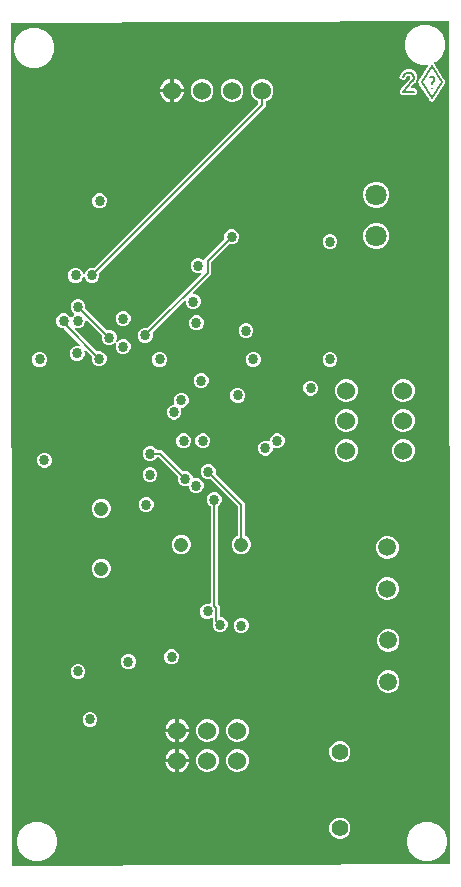
<source format=gbr>
G04 EAGLE Gerber RS-274X export*
G75*
%MOMM*%
%FSLAX34Y34*%
%LPD*%
%INEAGLE Copper Layer 2*%
%IPPOS*%
%AMOC8*
5,1,8,0,0,1.08239X$1,22.5*%
G01*
%ADD10C,0.152400*%
%ADD11C,1.524000*%
%ADD12C,1.800000*%
%ADD13C,1.508000*%
%ADD14C,1.208000*%
%ADD15C,1.408000*%
%ADD16C,0.858000*%
%ADD17C,0.203200*%

G36*
X633148Y117336D02*
X633148Y117336D01*
X633166Y117339D01*
X633184Y117337D01*
X633287Y117360D01*
X633390Y117377D01*
X633406Y117386D01*
X633425Y117390D01*
X633515Y117444D01*
X633607Y117493D01*
X633620Y117506D01*
X633636Y117516D01*
X633704Y117596D01*
X633776Y117672D01*
X633783Y117689D01*
X633795Y117703D01*
X633835Y117801D01*
X633878Y117896D01*
X633880Y117914D01*
X633887Y117931D01*
X633905Y118098D01*
X633214Y829925D01*
X633211Y829946D01*
X633213Y829967D01*
X633191Y830067D01*
X633174Y830168D01*
X633164Y830186D01*
X633160Y830207D01*
X633107Y830295D01*
X633059Y830385D01*
X633044Y830400D01*
X633033Y830418D01*
X632955Y830484D01*
X632881Y830554D01*
X632861Y830563D01*
X632845Y830577D01*
X632750Y830615D01*
X632657Y830658D01*
X632636Y830660D01*
X632616Y830668D01*
X632450Y830685D01*
X263031Y829022D01*
X263013Y829019D01*
X262995Y829021D01*
X262892Y828999D01*
X262789Y828981D01*
X262773Y828972D01*
X262754Y828968D01*
X262664Y828914D01*
X262572Y828865D01*
X262559Y828852D01*
X262543Y828842D01*
X262475Y828762D01*
X262403Y828686D01*
X262396Y828669D01*
X262384Y828655D01*
X262344Y828557D01*
X262301Y828462D01*
X262299Y828444D01*
X262292Y828427D01*
X262274Y828260D01*
X262965Y116433D01*
X262968Y116412D01*
X262966Y116391D01*
X262988Y116292D01*
X263005Y116191D01*
X263015Y116172D01*
X263019Y116151D01*
X263072Y116064D01*
X263120Y115973D01*
X263135Y115959D01*
X263146Y115940D01*
X263224Y115874D01*
X263299Y115804D01*
X263318Y115795D01*
X263334Y115781D01*
X263429Y115744D01*
X263522Y115701D01*
X263543Y115698D01*
X263563Y115690D01*
X263729Y115673D01*
X633148Y117336D01*
G37*
%LPC*%
G36*
X315734Y609373D02*
X315734Y609373D01*
X313410Y610336D01*
X311632Y612114D01*
X310669Y614438D01*
X310669Y616954D01*
X311632Y619278D01*
X313410Y621056D01*
X315734Y622019D01*
X318250Y622019D01*
X320574Y621056D01*
X322352Y619278D01*
X323184Y617269D01*
X323222Y617208D01*
X323251Y617143D01*
X323286Y617104D01*
X323314Y617060D01*
X323369Y617014D01*
X323417Y616962D01*
X323463Y616937D01*
X323503Y616903D01*
X323570Y616878D01*
X323633Y616843D01*
X323684Y616834D01*
X323733Y616815D01*
X323804Y616812D01*
X323875Y616799D01*
X323926Y616807D01*
X323978Y616805D01*
X324047Y616825D01*
X324118Y616835D01*
X324165Y616859D01*
X324215Y616873D01*
X324274Y616914D01*
X324338Y616947D01*
X324374Y616984D01*
X324417Y617013D01*
X324460Y617071D01*
X324510Y617122D01*
X324544Y617185D01*
X324564Y617211D01*
X324571Y617233D01*
X324591Y617269D01*
X325423Y619278D01*
X327201Y621056D01*
X329525Y622019D01*
X332040Y622019D01*
X332103Y621993D01*
X332217Y621966D01*
X332330Y621937D01*
X332337Y621938D01*
X332343Y621937D01*
X332459Y621947D01*
X332576Y621957D01*
X332581Y621959D01*
X332588Y621960D01*
X332695Y622007D01*
X332802Y622053D01*
X332808Y622058D01*
X332812Y622060D01*
X332826Y622072D01*
X332933Y622158D01*
X471604Y760829D01*
X471657Y760902D01*
X471716Y760972D01*
X471728Y761002D01*
X471747Y761028D01*
X471774Y761115D01*
X471808Y761200D01*
X471813Y761241D01*
X471820Y761263D01*
X471819Y761296D01*
X471827Y761367D01*
X471827Y762446D01*
X471808Y762561D01*
X471791Y762677D01*
X471788Y762683D01*
X471787Y762689D01*
X471733Y762791D01*
X471679Y762896D01*
X471675Y762901D01*
X471672Y762906D01*
X471588Y762986D01*
X471504Y763069D01*
X471497Y763072D01*
X471493Y763076D01*
X471477Y763083D01*
X471357Y763149D01*
X469407Y763957D01*
X466692Y766672D01*
X465223Y770220D01*
X465223Y774060D01*
X466692Y777608D01*
X469407Y780323D01*
X472955Y781793D01*
X476795Y781793D01*
X480343Y780323D01*
X483059Y777608D01*
X484528Y774060D01*
X484528Y770220D01*
X483059Y766672D01*
X480343Y763957D01*
X478394Y763149D01*
X478295Y763088D01*
X478194Y763028D01*
X478190Y763023D01*
X478185Y763020D01*
X478110Y762930D01*
X478034Y762841D01*
X478032Y762835D01*
X478028Y762830D01*
X477987Y762722D01*
X477943Y762613D01*
X477942Y762605D01*
X477940Y762601D01*
X477939Y762582D01*
X477924Y762446D01*
X477924Y758526D01*
X475915Y756517D01*
X337244Y617846D01*
X337198Y617782D01*
X337182Y617765D01*
X337175Y617749D01*
X337106Y617657D01*
X337104Y617651D01*
X337101Y617646D01*
X337067Y617535D01*
X337030Y617424D01*
X337030Y617417D01*
X337028Y617411D01*
X337032Y617295D01*
X337033Y617178D01*
X337035Y617170D01*
X337035Y617165D01*
X337041Y617148D01*
X337079Y617016D01*
X337105Y616954D01*
X337105Y614438D01*
X336143Y612114D01*
X334364Y610336D01*
X332040Y609373D01*
X329525Y609373D01*
X327201Y610336D01*
X325423Y612114D01*
X324591Y614123D01*
X324553Y614184D01*
X324524Y614249D01*
X324488Y614288D01*
X324461Y614332D01*
X324406Y614378D01*
X324357Y614430D01*
X324312Y614456D01*
X324272Y614489D01*
X324205Y614514D01*
X324142Y614549D01*
X324090Y614558D01*
X324042Y614577D01*
X323970Y614580D01*
X323900Y614593D01*
X323848Y614585D01*
X323796Y614587D01*
X323727Y614567D01*
X323656Y614557D01*
X323610Y614533D01*
X323560Y614519D01*
X323501Y614478D01*
X323437Y614445D01*
X323401Y614408D01*
X323358Y614379D01*
X323315Y614321D01*
X323265Y614270D01*
X323230Y614207D01*
X323211Y614181D01*
X323204Y614159D01*
X323184Y614123D01*
X322352Y612114D01*
X320574Y610336D01*
X318250Y609373D01*
X315734Y609373D01*
G37*
%LPD*%
%LPC*%
G36*
X618698Y762831D02*
X618698Y762831D01*
X618614Y762836D01*
X618531Y762850D01*
X618480Y762844D01*
X618452Y762846D01*
X618423Y762838D01*
X618364Y762831D01*
X618014Y762753D01*
X617557Y763042D01*
X617514Y763060D01*
X617475Y763087D01*
X617350Y763130D01*
X617331Y763138D01*
X617325Y763138D01*
X617317Y763141D01*
X616789Y763260D01*
X616597Y763563D01*
X616541Y763626D01*
X616492Y763694D01*
X616452Y763727D01*
X616434Y763747D01*
X616408Y763762D01*
X616361Y763799D01*
X616058Y763991D01*
X615939Y764519D01*
X615922Y764562D01*
X615913Y764608D01*
X615855Y764727D01*
X615847Y764747D01*
X615844Y764751D01*
X615840Y764759D01*
X608018Y777110D01*
X607962Y777173D01*
X607913Y777241D01*
X607873Y777273D01*
X607854Y777294D01*
X607828Y777309D01*
X607782Y777346D01*
X607478Y777538D01*
X607360Y778065D01*
X607342Y778109D01*
X607334Y778155D01*
X607276Y778274D01*
X607268Y778293D01*
X607264Y778298D01*
X607260Y778306D01*
X606971Y778762D01*
X607050Y779113D01*
X607055Y779197D01*
X607068Y779280D01*
X607063Y779331D01*
X607064Y779358D01*
X607056Y779387D01*
X607050Y779446D01*
X606971Y779797D01*
X607260Y780253D01*
X607279Y780297D01*
X607305Y780335D01*
X607348Y780460D01*
X607357Y780480D01*
X607357Y780486D01*
X607360Y780494D01*
X607478Y781021D01*
X607782Y781214D01*
X607844Y781269D01*
X607913Y781318D01*
X607945Y781359D01*
X607966Y781377D01*
X607980Y781403D01*
X608018Y781449D01*
X615311Y792965D01*
X615354Y793067D01*
X615401Y793167D01*
X615402Y793180D01*
X615407Y793191D01*
X615416Y793302D01*
X615428Y793412D01*
X615425Y793424D01*
X615426Y793437D01*
X615399Y793544D01*
X615376Y793652D01*
X615369Y793663D01*
X615366Y793675D01*
X615307Y793768D01*
X615250Y793863D01*
X615240Y793871D01*
X615233Y793882D01*
X615147Y793951D01*
X615063Y794023D01*
X615051Y794028D01*
X615041Y794036D01*
X614937Y794074D01*
X614834Y794115D01*
X614819Y794117D01*
X614810Y794120D01*
X614783Y794121D01*
X614668Y794134D01*
X609389Y794134D01*
X603221Y796689D01*
X598500Y801410D01*
X595945Y807578D01*
X595945Y814255D01*
X598500Y820423D01*
X603221Y825144D01*
X609389Y827699D01*
X616066Y827699D01*
X622234Y825144D01*
X626955Y820423D01*
X629510Y814255D01*
X629510Y807578D01*
X626955Y801410D01*
X622234Y796689D01*
X620822Y796104D01*
X620816Y796100D01*
X620810Y796099D01*
X620713Y796036D01*
X620613Y795974D01*
X620609Y795969D01*
X620603Y795966D01*
X620531Y795875D01*
X620456Y795784D01*
X620454Y795778D01*
X620450Y795774D01*
X620410Y795664D01*
X620368Y795555D01*
X620367Y795549D01*
X620365Y795543D01*
X620362Y795426D01*
X620357Y795309D01*
X620359Y795303D01*
X620359Y795297D01*
X620393Y795185D01*
X620426Y795073D01*
X620429Y795068D01*
X620431Y795062D01*
X620499Y794967D01*
X620566Y794871D01*
X620571Y794867D01*
X620575Y794862D01*
X620706Y794757D01*
X621004Y794568D01*
X621123Y794041D01*
X621140Y793997D01*
X621149Y793951D01*
X621207Y793832D01*
X621215Y793813D01*
X621218Y793808D01*
X621222Y793800D01*
X629045Y781449D01*
X629100Y781387D01*
X629149Y781318D01*
X629190Y781286D01*
X629208Y781266D01*
X629234Y781251D01*
X629280Y781214D01*
X629584Y781021D01*
X629702Y780494D01*
X629720Y780450D01*
X629728Y780404D01*
X629786Y780285D01*
X629794Y780266D01*
X629798Y780261D01*
X629802Y780253D01*
X630091Y779797D01*
X630012Y779446D01*
X630007Y779363D01*
X629994Y779280D01*
X630000Y779228D01*
X629998Y779201D01*
X630006Y779172D01*
X630012Y779113D01*
X630091Y778762D01*
X629802Y778306D01*
X629784Y778263D01*
X629757Y778224D01*
X629714Y778098D01*
X629706Y778079D01*
X629705Y778074D01*
X629702Y778065D01*
X629584Y777538D01*
X629280Y777346D01*
X629218Y777290D01*
X629149Y777241D01*
X629117Y777200D01*
X629097Y777182D01*
X629082Y777156D01*
X629045Y777110D01*
X621222Y764759D01*
X621204Y764716D01*
X621177Y764677D01*
X621134Y764552D01*
X621126Y764533D01*
X621126Y764527D01*
X621123Y764519D01*
X621004Y763991D01*
X620701Y763799D01*
X620638Y763743D01*
X620570Y763694D01*
X620538Y763654D01*
X620517Y763636D01*
X620502Y763610D01*
X620465Y763563D01*
X620273Y763260D01*
X619745Y763141D01*
X619702Y763124D01*
X619656Y763115D01*
X619537Y763057D01*
X619517Y763049D01*
X619513Y763045D01*
X619505Y763042D01*
X619048Y762753D01*
X618698Y762831D01*
G37*
%LPD*%
%LPC*%
G36*
X335715Y538592D02*
X335715Y538592D01*
X333392Y539555D01*
X331613Y541333D01*
X330650Y543657D01*
X330650Y546172D01*
X330676Y546235D01*
X330703Y546349D01*
X330732Y546462D01*
X330731Y546469D01*
X330733Y546475D01*
X330722Y546591D01*
X330713Y546708D01*
X330710Y546713D01*
X330710Y546720D01*
X330670Y546808D01*
X330668Y546820D01*
X330658Y546837D01*
X330616Y546934D01*
X330612Y546940D01*
X330610Y546944D01*
X330597Y546958D01*
X330550Y547017D01*
X330541Y547031D01*
X330532Y547039D01*
X330511Y547065D01*
X325663Y551914D01*
X325584Y551971D01*
X325508Y552033D01*
X325484Y552042D01*
X325463Y552057D01*
X325370Y552086D01*
X325279Y552121D01*
X325253Y552122D01*
X325228Y552130D01*
X325130Y552127D01*
X325033Y552131D01*
X325008Y552124D01*
X324982Y552123D01*
X324890Y552090D01*
X324797Y552063D01*
X324775Y552048D01*
X324751Y552039D01*
X324675Y551978D01*
X324595Y551923D01*
X324579Y551902D01*
X324559Y551885D01*
X324506Y551803D01*
X324448Y551725D01*
X324440Y551700D01*
X324426Y551678D01*
X324402Y551584D01*
X324372Y551491D01*
X324372Y551465D01*
X324366Y551440D01*
X324373Y551343D01*
X324374Y551245D01*
X324383Y551214D01*
X324385Y551195D01*
X324398Y551164D01*
X324421Y551084D01*
X324547Y550780D01*
X324547Y548265D01*
X323584Y545941D01*
X321806Y544162D01*
X319482Y543200D01*
X316967Y543200D01*
X314643Y544162D01*
X312864Y545941D01*
X311902Y548265D01*
X311902Y550780D01*
X312864Y553104D01*
X314643Y554882D01*
X316967Y555845D01*
X319482Y555845D01*
X319786Y555719D01*
X319852Y555703D01*
X319877Y555694D01*
X319899Y555691D01*
X319974Y555668D01*
X320000Y555669D01*
X320026Y555663D01*
X320123Y555672D01*
X320220Y555674D01*
X320245Y555683D01*
X320271Y555686D01*
X320359Y555725D01*
X320451Y555759D01*
X320472Y555775D01*
X320495Y555786D01*
X320567Y555852D01*
X320643Y555913D01*
X320657Y555935D01*
X320676Y555952D01*
X320723Y556037D01*
X320776Y556119D01*
X320783Y556145D01*
X320795Y556168D01*
X320812Y556264D01*
X320836Y556358D01*
X320834Y556384D01*
X320839Y556410D01*
X320825Y556506D01*
X320817Y556603D01*
X320807Y556627D01*
X320803Y556653D01*
X320772Y556715D01*
X320771Y556716D01*
X320768Y556721D01*
X320759Y556740D01*
X320721Y556830D01*
X320700Y556855D01*
X320692Y556872D01*
X320668Y556896D01*
X320653Y556914D01*
X320645Y556927D01*
X320636Y556935D01*
X320616Y556961D01*
X307034Y570542D01*
X306960Y570595D01*
X306891Y570655D01*
X306861Y570667D01*
X306834Y570686D01*
X306747Y570713D01*
X306663Y570747D01*
X306622Y570751D01*
X306599Y570758D01*
X306567Y570757D01*
X306496Y570765D01*
X305574Y570765D01*
X303250Y571728D01*
X301472Y573506D01*
X300509Y575830D01*
X300509Y578346D01*
X301472Y580670D01*
X303250Y582448D01*
X305574Y583411D01*
X308090Y583411D01*
X310414Y582448D01*
X312192Y580670D01*
X312225Y580591D01*
X312262Y580530D01*
X312292Y580464D01*
X312327Y580426D01*
X312354Y580382D01*
X312409Y580336D01*
X312458Y580283D01*
X312504Y580258D01*
X312544Y580225D01*
X312611Y580199D01*
X312674Y580165D01*
X312725Y580156D01*
X312773Y580137D01*
X312845Y580134D01*
X312916Y580121D01*
X312967Y580129D01*
X313019Y580126D01*
X313088Y580146D01*
X313159Y580157D01*
X313205Y580180D01*
X313255Y580195D01*
X313314Y580236D01*
X313378Y580268D01*
X313415Y580306D01*
X313457Y580335D01*
X313500Y580393D01*
X313550Y580444D01*
X313585Y580507D01*
X313604Y580533D01*
X313611Y580555D01*
X313631Y580591D01*
X313664Y580670D01*
X315442Y582448D01*
X315521Y582481D01*
X315582Y582519D01*
X315648Y582548D01*
X315686Y582583D01*
X315730Y582610D01*
X315776Y582666D01*
X315829Y582714D01*
X315854Y582760D01*
X315887Y582800D01*
X315913Y582867D01*
X315947Y582930D01*
X315956Y582981D01*
X315975Y583029D01*
X315978Y583101D01*
X315991Y583172D01*
X315983Y583223D01*
X315986Y583275D01*
X315966Y583344D01*
X315955Y583415D01*
X315931Y583462D01*
X315917Y583511D01*
X315876Y583570D01*
X315844Y583634D01*
X315806Y583671D01*
X315777Y583713D01*
X315719Y583756D01*
X315668Y583807D01*
X315605Y583841D01*
X315579Y583860D01*
X315557Y583867D01*
X315521Y583887D01*
X315442Y583920D01*
X313664Y585698D01*
X312701Y588022D01*
X312701Y590538D01*
X313664Y592862D01*
X315442Y594640D01*
X317766Y595603D01*
X320282Y595603D01*
X322606Y594640D01*
X324384Y592862D01*
X325347Y590538D01*
X325347Y588022D01*
X325321Y587960D01*
X325294Y587846D01*
X325265Y587732D01*
X325266Y587726D01*
X325265Y587720D01*
X325275Y587604D01*
X325285Y587487D01*
X325287Y587481D01*
X325288Y587475D01*
X325335Y587368D01*
X325381Y587261D01*
X325386Y587255D01*
X325388Y587250D01*
X325400Y587237D01*
X325458Y587164D01*
X325463Y587157D01*
X325467Y587153D01*
X325486Y587130D01*
X343290Y569326D01*
X343384Y569258D01*
X343479Y569188D01*
X343485Y569186D01*
X343490Y569182D01*
X343601Y569148D01*
X343712Y569112D01*
X343719Y569112D01*
X343725Y569110D01*
X343841Y569113D01*
X343958Y569114D01*
X343966Y569116D01*
X343971Y569116D01*
X343988Y569123D01*
X344120Y569161D01*
X344182Y569187D01*
X346698Y569187D01*
X349022Y568224D01*
X350800Y566446D01*
X351763Y564122D01*
X351763Y561606D01*
X351246Y560359D01*
X351224Y560264D01*
X351195Y560171D01*
X351196Y560145D01*
X351190Y560120D01*
X351199Y560023D01*
X351202Y559925D01*
X351211Y559901D01*
X351213Y559875D01*
X351253Y559786D01*
X351286Y559694D01*
X351302Y559674D01*
X351313Y559650D01*
X351379Y559578D01*
X351440Y559502D01*
X351462Y559488D01*
X351479Y559469D01*
X351565Y559422D01*
X351647Y559369D01*
X351672Y559363D01*
X351695Y559350D01*
X351791Y559333D01*
X351885Y559309D01*
X351911Y559311D01*
X351937Y559307D01*
X352034Y559321D01*
X352130Y559328D01*
X352154Y559339D01*
X352180Y559343D01*
X352267Y559387D01*
X352357Y559425D01*
X352382Y559445D01*
X352400Y559454D01*
X352423Y559478D01*
X352488Y559530D01*
X353676Y560718D01*
X356000Y561681D01*
X358515Y561681D01*
X360839Y560718D01*
X362618Y558939D01*
X363580Y556615D01*
X363580Y554100D01*
X362618Y551776D01*
X360839Y549998D01*
X358515Y549035D01*
X356000Y549035D01*
X353676Y549998D01*
X351897Y551776D01*
X350935Y554100D01*
X350935Y556615D01*
X351451Y557863D01*
X351474Y557957D01*
X351502Y558050D01*
X351502Y558077D01*
X351508Y558102D01*
X351498Y558199D01*
X351496Y558296D01*
X351487Y558321D01*
X351485Y558347D01*
X351445Y558436D01*
X351411Y558527D01*
X351395Y558548D01*
X351385Y558572D01*
X351319Y558643D01*
X351258Y558719D01*
X351236Y558733D01*
X351218Y558753D01*
X351133Y558800D01*
X351051Y558852D01*
X351026Y558859D01*
X351003Y558871D01*
X350907Y558889D01*
X350812Y558912D01*
X350786Y558910D01*
X350761Y558915D01*
X350664Y558901D01*
X350567Y558893D01*
X350543Y558883D01*
X350517Y558879D01*
X350430Y558835D01*
X350341Y558797D01*
X350315Y558777D01*
X350298Y558768D01*
X350275Y558744D01*
X350210Y558692D01*
X349022Y557504D01*
X346698Y556541D01*
X344182Y556541D01*
X341858Y557504D01*
X340080Y559282D01*
X339117Y561606D01*
X339117Y564122D01*
X339143Y564184D01*
X339170Y564298D01*
X339199Y564412D01*
X339198Y564418D01*
X339199Y564424D01*
X339189Y564540D01*
X339179Y564657D01*
X339177Y564663D01*
X339176Y564669D01*
X339129Y564776D01*
X339083Y564883D01*
X339078Y564889D01*
X339076Y564894D01*
X339064Y564907D01*
X338978Y565014D01*
X326646Y577346D01*
X326588Y577388D01*
X326536Y577437D01*
X326489Y577459D01*
X326447Y577490D01*
X326378Y577511D01*
X326313Y577541D01*
X326261Y577547D01*
X326211Y577562D01*
X326140Y577560D01*
X326069Y577568D01*
X326018Y577557D01*
X325966Y577556D01*
X325898Y577531D01*
X325828Y577516D01*
X325784Y577489D01*
X325735Y577471D01*
X325679Y577426D01*
X325617Y577390D01*
X325583Y577350D01*
X325543Y577318D01*
X325504Y577257D01*
X325457Y577203D01*
X325438Y577154D01*
X325410Y577111D01*
X325392Y577041D01*
X325365Y576975D01*
X325357Y576903D01*
X325349Y576872D01*
X325351Y576849D01*
X325347Y576808D01*
X325347Y575830D01*
X324384Y573506D01*
X322606Y571728D01*
X320282Y570765D01*
X317766Y570765D01*
X317321Y570950D01*
X317226Y570972D01*
X317133Y571001D01*
X317107Y571000D01*
X317082Y571006D01*
X316985Y570997D01*
X316887Y570994D01*
X316863Y570985D01*
X316837Y570983D01*
X316748Y570943D01*
X316656Y570910D01*
X316636Y570893D01*
X316612Y570883D01*
X316540Y570817D01*
X316464Y570756D01*
X316450Y570734D01*
X316431Y570716D01*
X316384Y570631D01*
X316331Y570549D01*
X316325Y570524D01*
X316312Y570501D01*
X316295Y570405D01*
X316271Y570311D01*
X316273Y570285D01*
X316269Y570259D01*
X316283Y570162D01*
X316290Y570065D01*
X316301Y570041D01*
X316304Y570015D01*
X316349Y569928D01*
X316387Y569839D01*
X316407Y569814D01*
X316416Y569796D01*
X316440Y569773D01*
X316491Y569708D01*
X334823Y551377D01*
X334918Y551309D01*
X335012Y551239D01*
X335018Y551237D01*
X335023Y551233D01*
X335134Y551199D01*
X335246Y551162D01*
X335252Y551162D01*
X335258Y551161D01*
X335375Y551164D01*
X335492Y551165D01*
X335499Y551167D01*
X335504Y551167D01*
X335521Y551173D01*
X335653Y551212D01*
X335716Y551238D01*
X338231Y551238D01*
X340555Y550275D01*
X342333Y548496D01*
X343296Y546173D01*
X343296Y543657D01*
X342333Y541333D01*
X340555Y539555D01*
X338231Y538592D01*
X335715Y538592D01*
G37*
%LPD*%
%LPC*%
G36*
X374662Y558573D02*
X374662Y558573D01*
X372338Y559536D01*
X370560Y561314D01*
X369597Y563638D01*
X369597Y566154D01*
X370560Y568478D01*
X372338Y570256D01*
X374662Y571219D01*
X377178Y571219D01*
X377240Y571193D01*
X377354Y571166D01*
X377468Y571137D01*
X377474Y571138D01*
X377480Y571137D01*
X377596Y571147D01*
X377713Y571157D01*
X377719Y571159D01*
X377725Y571160D01*
X377832Y571207D01*
X377939Y571253D01*
X377945Y571258D01*
X377950Y571260D01*
X377963Y571272D01*
X378070Y571358D01*
X423157Y616444D01*
X423213Y616523D01*
X423275Y616598D01*
X423285Y616623D01*
X423300Y616644D01*
X423329Y616737D01*
X423364Y616828D01*
X423365Y616854D01*
X423372Y616879D01*
X423370Y616976D01*
X423374Y617074D01*
X423367Y617099D01*
X423366Y617125D01*
X423333Y617216D01*
X423306Y617310D01*
X423291Y617331D01*
X423282Y617356D01*
X423221Y617432D01*
X423165Y617512D01*
X423144Y617527D01*
X423128Y617548D01*
X423046Y617601D01*
X422968Y617659D01*
X422943Y617667D01*
X422921Y617681D01*
X422827Y617705D01*
X422734Y617735D01*
X422708Y617735D01*
X422682Y617741D01*
X422586Y617733D01*
X422488Y617732D01*
X422457Y617723D01*
X422437Y617722D01*
X422407Y617709D01*
X422327Y617686D01*
X421882Y617501D01*
X419366Y617501D01*
X417042Y618464D01*
X415264Y620242D01*
X414301Y622566D01*
X414301Y625082D01*
X415264Y627406D01*
X417042Y629184D01*
X419366Y630147D01*
X421882Y630147D01*
X424206Y629184D01*
X424433Y628957D01*
X424449Y628945D01*
X424461Y628930D01*
X424536Y628882D01*
X424555Y628866D01*
X424566Y628861D01*
X424632Y628813D01*
X424651Y628808D01*
X424668Y628797D01*
X424769Y628771D01*
X424868Y628741D01*
X424888Y628742D01*
X424907Y628737D01*
X425010Y628745D01*
X425113Y628747D01*
X425132Y628754D01*
X425152Y628756D01*
X425247Y628796D01*
X425344Y628832D01*
X425360Y628844D01*
X425378Y628852D01*
X425447Y628907D01*
X425452Y628910D01*
X425458Y628916D01*
X425509Y628957D01*
X427712Y631160D01*
X442610Y646058D01*
X442678Y646152D01*
X442748Y646247D01*
X442750Y646253D01*
X442754Y646258D01*
X442788Y646369D01*
X442824Y646480D01*
X442824Y646487D01*
X442826Y646493D01*
X442823Y646609D01*
X442822Y646726D01*
X442820Y646734D01*
X442820Y646739D01*
X442814Y646756D01*
X442775Y646888D01*
X442749Y646950D01*
X442749Y649466D01*
X443712Y651790D01*
X445490Y653568D01*
X447814Y654531D01*
X450330Y654531D01*
X452654Y653568D01*
X454432Y651790D01*
X455395Y649466D01*
X455395Y646950D01*
X454432Y644626D01*
X452654Y642848D01*
X450330Y641885D01*
X447814Y641885D01*
X447752Y641911D01*
X447638Y641938D01*
X447524Y641967D01*
X447518Y641966D01*
X447512Y641967D01*
X447396Y641957D01*
X447279Y641947D01*
X447273Y641945D01*
X447267Y641944D01*
X447160Y641897D01*
X447053Y641851D01*
X447047Y641846D01*
X447042Y641844D01*
X447029Y641832D01*
X446922Y641746D01*
X432024Y626848D01*
X431971Y626774D01*
X431911Y626705D01*
X431899Y626675D01*
X431880Y626648D01*
X431853Y626561D01*
X431819Y626477D01*
X431815Y626436D01*
X431808Y626413D01*
X431809Y626381D01*
X431801Y626310D01*
X431801Y616465D01*
X416302Y600966D01*
X416260Y600908D01*
X416211Y600856D01*
X416189Y600809D01*
X416158Y600767D01*
X416137Y600698D01*
X416107Y600633D01*
X416101Y600581D01*
X416086Y600531D01*
X416088Y600460D01*
X416080Y600389D01*
X416091Y600338D01*
X416092Y600286D01*
X416117Y600218D01*
X416132Y600148D01*
X416159Y600103D01*
X416177Y600055D01*
X416222Y599999D01*
X416258Y599937D01*
X416298Y599903D01*
X416330Y599863D01*
X416391Y599824D01*
X416445Y599777D01*
X416494Y599758D01*
X416537Y599730D01*
X416607Y599712D01*
X416673Y599685D01*
X416745Y599677D01*
X416776Y599669D01*
X416799Y599671D01*
X416840Y599667D01*
X417818Y599667D01*
X420142Y598704D01*
X421920Y596926D01*
X422883Y594602D01*
X422883Y592086D01*
X421920Y589762D01*
X420142Y587984D01*
X417818Y587021D01*
X415302Y587021D01*
X412978Y587984D01*
X411200Y589762D01*
X410237Y592086D01*
X410237Y593064D01*
X410226Y593135D01*
X410224Y593206D01*
X410206Y593255D01*
X410198Y593307D01*
X410164Y593370D01*
X410139Y593437D01*
X410107Y593478D01*
X410082Y593524D01*
X410031Y593573D01*
X409986Y593629D01*
X409942Y593658D01*
X409904Y593693D01*
X409839Y593724D01*
X409779Y593762D01*
X409728Y593775D01*
X409681Y593797D01*
X409610Y593805D01*
X409540Y593822D01*
X409488Y593818D01*
X409437Y593824D01*
X409366Y593809D01*
X409295Y593803D01*
X409247Y593783D01*
X409196Y593772D01*
X409135Y593735D01*
X409069Y593707D01*
X409013Y593662D01*
X408985Y593646D01*
X408970Y593628D01*
X408938Y593602D01*
X382382Y567046D01*
X382314Y566952D01*
X382244Y566857D01*
X382242Y566851D01*
X382238Y566846D01*
X382204Y566735D01*
X382168Y566624D01*
X382168Y566617D01*
X382166Y566611D01*
X382169Y566495D01*
X382170Y566378D01*
X382172Y566370D01*
X382172Y566365D01*
X382179Y566348D01*
X382217Y566216D01*
X382243Y566154D01*
X382243Y563638D01*
X381280Y561314D01*
X379502Y559536D01*
X377178Y558573D01*
X374662Y558573D01*
G37*
%LPD*%
%LPC*%
G36*
X438118Y313685D02*
X438118Y313685D01*
X435794Y314648D01*
X434016Y316426D01*
X433053Y318750D01*
X433053Y321266D01*
X433079Y321328D01*
X433106Y321443D01*
X433135Y321556D01*
X433134Y321562D01*
X433136Y321568D01*
X433125Y321685D01*
X433115Y321801D01*
X433113Y321807D01*
X433112Y321813D01*
X433065Y321920D01*
X433041Y321975D01*
X433041Y325010D01*
X433034Y325055D01*
X433036Y325101D01*
X433014Y325176D01*
X433002Y325252D01*
X432980Y325293D01*
X432967Y325337D01*
X432923Y325401D01*
X432886Y325470D01*
X432853Y325501D01*
X432827Y325539D01*
X432764Y325586D01*
X432708Y325639D01*
X432666Y325659D01*
X432630Y325686D01*
X432556Y325710D01*
X432485Y325743D01*
X432439Y325748D01*
X432396Y325762D01*
X432318Y325761D01*
X432241Y325770D01*
X432196Y325760D01*
X432150Y325760D01*
X432018Y325722D01*
X432000Y325718D01*
X431996Y325715D01*
X431989Y325713D01*
X430010Y324893D01*
X427494Y324893D01*
X425170Y325856D01*
X423392Y327634D01*
X422429Y329958D01*
X422429Y332474D01*
X423392Y334798D01*
X425170Y336576D01*
X427494Y337539D01*
X430010Y337539D01*
X430195Y337462D01*
X430240Y337451D01*
X430282Y337432D01*
X430359Y337423D01*
X430435Y337406D01*
X430480Y337410D01*
X430526Y337405D01*
X430602Y337421D01*
X430680Y337429D01*
X430721Y337447D01*
X430766Y337457D01*
X430833Y337497D01*
X430904Y337529D01*
X430938Y337560D01*
X430978Y337583D01*
X431028Y337642D01*
X431085Y337695D01*
X431108Y337735D01*
X431137Y337770D01*
X431167Y337843D01*
X431204Y337911D01*
X431212Y337956D01*
X431229Y337998D01*
X431244Y338134D01*
X431248Y338153D01*
X431247Y338158D01*
X431248Y338165D01*
X431248Y419741D01*
X431229Y419856D01*
X431212Y419972D01*
X431209Y419978D01*
X431208Y419984D01*
X431154Y420087D01*
X431100Y420192D01*
X431096Y420196D01*
X431093Y420201D01*
X431008Y420282D01*
X430925Y420364D01*
X430918Y420367D01*
X430915Y420371D01*
X430898Y420379D01*
X430778Y420445D01*
X430715Y420471D01*
X428936Y422249D01*
X427974Y424573D01*
X427974Y427088D01*
X428936Y429412D01*
X430715Y431191D01*
X433039Y432153D01*
X435554Y432153D01*
X437878Y431191D01*
X439657Y429412D01*
X440619Y427088D01*
X440619Y424573D01*
X439657Y422249D01*
X437878Y420471D01*
X437815Y420445D01*
X437716Y420383D01*
X437616Y420323D01*
X437612Y420318D01*
X437606Y420315D01*
X437531Y420225D01*
X437456Y420136D01*
X437453Y420130D01*
X437449Y420126D01*
X437407Y420016D01*
X437364Y419908D01*
X437363Y419901D01*
X437361Y419896D01*
X437360Y419878D01*
X437345Y419741D01*
X437345Y337627D01*
X437360Y337537D01*
X437367Y337446D01*
X437380Y337416D01*
X437385Y337384D01*
X437428Y337304D01*
X437463Y337220D01*
X437489Y337188D01*
X437500Y337167D01*
X437523Y337145D01*
X437568Y337089D01*
X439139Y335518D01*
X439139Y327092D01*
X439142Y327072D01*
X439140Y327053D01*
X439162Y326951D01*
X439178Y326849D01*
X439188Y326832D01*
X439192Y326812D01*
X439245Y326723D01*
X439294Y326632D01*
X439308Y326618D01*
X439318Y326601D01*
X439397Y326534D01*
X439472Y326462D01*
X439490Y326454D01*
X439505Y326441D01*
X439601Y326402D01*
X439695Y326359D01*
X439715Y326357D01*
X439733Y326349D01*
X439900Y326331D01*
X440634Y326331D01*
X442958Y325368D01*
X444736Y323590D01*
X445699Y321266D01*
X445699Y318750D01*
X444736Y316426D01*
X442958Y314648D01*
X440634Y313685D01*
X438118Y313685D01*
G37*
%LPD*%
%LPC*%
G36*
X611082Y119531D02*
X611082Y119531D01*
X604914Y122086D01*
X600193Y126807D01*
X597638Y132975D01*
X597638Y139652D01*
X600193Y145820D01*
X604914Y150541D01*
X611082Y153096D01*
X617759Y153096D01*
X623927Y150541D01*
X628648Y145820D01*
X631204Y139652D01*
X631204Y132975D01*
X628648Y126807D01*
X623927Y122086D01*
X617759Y119531D01*
X611082Y119531D01*
G37*
%LPD*%
%LPC*%
G36*
X281034Y119531D02*
X281034Y119531D01*
X274865Y122086D01*
X270144Y126807D01*
X267589Y132975D01*
X267589Y139652D01*
X270144Y145820D01*
X274865Y150541D01*
X281034Y153096D01*
X287710Y153096D01*
X293879Y150541D01*
X298600Y145820D01*
X301155Y139652D01*
X301155Y132975D01*
X298600Y126807D01*
X293879Y122086D01*
X287710Y119531D01*
X281034Y119531D01*
G37*
%LPD*%
%LPC*%
G36*
X278494Y791594D02*
X278494Y791594D01*
X272325Y794149D01*
X267604Y798870D01*
X265049Y805038D01*
X265049Y811715D01*
X267604Y817883D01*
X272325Y822604D01*
X278494Y825159D01*
X285170Y825159D01*
X291339Y822604D01*
X296060Y817883D01*
X298615Y811715D01*
X298615Y805038D01*
X296060Y798870D01*
X291339Y794149D01*
X285170Y791594D01*
X278494Y791594D01*
G37*
%LPD*%
%LPC*%
G36*
X455594Y379699D02*
X455594Y379699D01*
X452627Y380928D01*
X450356Y383199D01*
X449127Y386166D01*
X449127Y389377D01*
X450356Y392344D01*
X452627Y394615D01*
X453681Y395052D01*
X453781Y395113D01*
X453881Y395173D01*
X453885Y395178D01*
X453890Y395181D01*
X453965Y395271D01*
X454041Y395360D01*
X454043Y395366D01*
X454047Y395371D01*
X454089Y395479D01*
X454133Y395588D01*
X454134Y395596D01*
X454135Y395600D01*
X454136Y395619D01*
X454151Y395755D01*
X454151Y419974D01*
X454137Y420064D01*
X454129Y420155D01*
X454117Y420185D01*
X454112Y420217D01*
X454069Y420297D01*
X454033Y420381D01*
X454007Y420413D01*
X453996Y420434D01*
X453973Y420456D01*
X453928Y420512D01*
X431367Y443073D01*
X431273Y443141D01*
X431178Y443211D01*
X431172Y443213D01*
X431167Y443217D01*
X431056Y443251D01*
X430945Y443287D01*
X430938Y443287D01*
X430932Y443289D01*
X430816Y443286D01*
X430699Y443285D01*
X430691Y443283D01*
X430687Y443283D01*
X430669Y443277D01*
X430538Y443238D01*
X430475Y443212D01*
X427959Y443212D01*
X425635Y444175D01*
X423857Y445953D01*
X422894Y448277D01*
X422894Y450793D01*
X423857Y453117D01*
X425635Y454895D01*
X427959Y455858D01*
X430475Y455858D01*
X432799Y454895D01*
X434577Y453117D01*
X435540Y450793D01*
X435540Y448277D01*
X435514Y448215D01*
X435487Y448101D01*
X435459Y447987D01*
X435459Y447981D01*
X435458Y447975D01*
X435469Y447859D01*
X435478Y447742D01*
X435480Y447736D01*
X435481Y447730D01*
X435528Y447623D01*
X435574Y447516D01*
X435579Y447510D01*
X435581Y447505D01*
X435593Y447492D01*
X435679Y447385D01*
X458240Y424824D01*
X460249Y422815D01*
X460249Y395755D01*
X460268Y395640D01*
X460285Y395524D01*
X460287Y395519D01*
X460288Y395512D01*
X460343Y395410D01*
X460396Y395305D01*
X460401Y395300D01*
X460404Y395295D01*
X460488Y395215D01*
X460572Y395133D01*
X460578Y395129D01*
X460582Y395126D01*
X460599Y395118D01*
X460719Y395052D01*
X461773Y394615D01*
X464044Y392344D01*
X465273Y389377D01*
X465273Y386166D01*
X464044Y383199D01*
X461773Y380928D01*
X458806Y379699D01*
X455594Y379699D01*
G37*
%LPD*%
%LPC*%
G36*
X417800Y431360D02*
X417800Y431360D01*
X415477Y432323D01*
X413698Y434101D01*
X412735Y436425D01*
X412735Y436864D01*
X412728Y436910D01*
X412730Y436956D01*
X412708Y437030D01*
X412696Y437107D01*
X412674Y437148D01*
X412661Y437192D01*
X412617Y437256D01*
X412581Y437324D01*
X412547Y437356D01*
X412521Y437394D01*
X412459Y437440D01*
X412402Y437494D01*
X412361Y437513D01*
X412324Y437541D01*
X412250Y437565D01*
X412179Y437597D01*
X412134Y437603D01*
X412090Y437617D01*
X412012Y437616D01*
X411935Y437625D01*
X411890Y437615D01*
X411844Y437614D01*
X411712Y437576D01*
X411694Y437572D01*
X411690Y437570D01*
X411683Y437568D01*
X411003Y437286D01*
X408488Y437286D01*
X406164Y438249D01*
X404386Y440027D01*
X403423Y442351D01*
X403423Y444867D01*
X403449Y444929D01*
X403476Y445043D01*
X403504Y445157D01*
X403504Y445163D01*
X403505Y445169D01*
X403494Y445285D01*
X403485Y445402D01*
X403483Y445408D01*
X403482Y445414D01*
X403434Y445521D01*
X403389Y445628D01*
X403384Y445634D01*
X403382Y445639D01*
X403369Y445652D01*
X403284Y445759D01*
X387541Y461502D01*
X387467Y461555D01*
X387398Y461614D01*
X387368Y461627D01*
X387341Y461645D01*
X387255Y461672D01*
X387170Y461706D01*
X387129Y461711D01*
X387106Y461718D01*
X387074Y461717D01*
X387003Y461725D01*
X386205Y461725D01*
X386090Y461706D01*
X385974Y461689D01*
X385968Y461686D01*
X385962Y461685D01*
X385859Y461631D01*
X385755Y461577D01*
X385750Y461573D01*
X385745Y461570D01*
X385664Y461485D01*
X385582Y461402D01*
X385579Y461395D01*
X385575Y461392D01*
X385567Y461374D01*
X385502Y461255D01*
X385475Y461192D01*
X383697Y459413D01*
X381373Y458451D01*
X378858Y458451D01*
X376534Y459413D01*
X374755Y461192D01*
X373793Y463516D01*
X373793Y466031D01*
X374755Y468355D01*
X376534Y470134D01*
X378858Y471096D01*
X381373Y471096D01*
X383697Y470134D01*
X385475Y468355D01*
X385502Y468292D01*
X385563Y468193D01*
X385623Y468093D01*
X385628Y468088D01*
X385631Y468083D01*
X385721Y468009D01*
X385810Y467933D01*
X385816Y467930D01*
X385821Y467926D01*
X385929Y467885D01*
X386038Y467841D01*
X386046Y467840D01*
X386050Y467838D01*
X386069Y467837D01*
X386205Y467822D01*
X389844Y467822D01*
X407596Y450071D01*
X407684Y450007D01*
X407725Y449972D01*
X407739Y449966D01*
X407784Y449933D01*
X407790Y449931D01*
X407795Y449927D01*
X407906Y449893D01*
X408018Y449857D01*
X408024Y449857D01*
X408030Y449855D01*
X408147Y449858D01*
X408264Y449859D01*
X408271Y449861D01*
X408276Y449861D01*
X408294Y449867D01*
X408425Y449906D01*
X408488Y449932D01*
X411003Y449932D01*
X413327Y448969D01*
X415106Y447191D01*
X416068Y444867D01*
X416068Y444428D01*
X416076Y444382D01*
X416074Y444336D01*
X416096Y444262D01*
X416108Y444185D01*
X416130Y444144D01*
X416142Y444100D01*
X416187Y444036D01*
X416223Y443967D01*
X416256Y443936D01*
X416283Y443898D01*
X416345Y443852D01*
X416402Y443798D01*
X416443Y443779D01*
X416480Y443751D01*
X416554Y443727D01*
X416625Y443694D01*
X416670Y443689D01*
X416714Y443675D01*
X416792Y443676D01*
X416869Y443667D01*
X416914Y443677D01*
X416960Y443677D01*
X417091Y443716D01*
X417109Y443720D01*
X417114Y443722D01*
X417121Y443724D01*
X417800Y444006D01*
X420316Y444006D01*
X422640Y443043D01*
X424418Y441264D01*
X425381Y438941D01*
X425381Y436425D01*
X424418Y434101D01*
X422640Y432323D01*
X420316Y431360D01*
X417800Y431360D01*
G37*
%LPD*%
%LPC*%
G36*
X569312Y637932D02*
X569312Y637932D01*
X565257Y639612D01*
X562153Y642715D01*
X560474Y646770D01*
X560474Y651159D01*
X562153Y655214D01*
X565257Y658318D01*
X569312Y659998D01*
X573701Y659998D01*
X577756Y658318D01*
X580859Y655214D01*
X582539Y651159D01*
X582539Y646770D01*
X580859Y642715D01*
X577756Y639612D01*
X573701Y637932D01*
X569312Y637932D01*
G37*
%LPD*%
%LPC*%
G36*
X569312Y672932D02*
X569312Y672932D01*
X565257Y674612D01*
X562153Y677715D01*
X560474Y681770D01*
X560474Y686159D01*
X562153Y690214D01*
X565257Y693318D01*
X569312Y694998D01*
X573701Y694998D01*
X577756Y693318D01*
X580859Y690214D01*
X582539Y686159D01*
X582539Y681770D01*
X580859Y677715D01*
X577756Y674612D01*
X573701Y672932D01*
X569312Y672932D01*
G37*
%LPD*%
%LPC*%
G36*
X447555Y762487D02*
X447555Y762487D01*
X444007Y763957D01*
X441292Y766672D01*
X439823Y770220D01*
X439823Y774060D01*
X441292Y777608D01*
X444007Y780323D01*
X447555Y781793D01*
X451395Y781793D01*
X454943Y780323D01*
X457659Y777608D01*
X459128Y774060D01*
X459128Y770220D01*
X457659Y766672D01*
X454943Y763957D01*
X451395Y762487D01*
X447555Y762487D01*
G37*
%LPD*%
%LPC*%
G36*
X544189Y457708D02*
X544189Y457708D01*
X540641Y459177D01*
X537926Y461892D01*
X536456Y465440D01*
X536456Y469280D01*
X537926Y472828D01*
X540641Y475543D01*
X544189Y477013D01*
X548029Y477013D01*
X551577Y475543D01*
X554292Y472828D01*
X555762Y469280D01*
X555762Y465440D01*
X554292Y461892D01*
X551577Y459177D01*
X548029Y457708D01*
X544189Y457708D01*
G37*
%LPD*%
%LPC*%
G36*
X422155Y762487D02*
X422155Y762487D01*
X418607Y763957D01*
X415892Y766672D01*
X414423Y770220D01*
X414423Y774060D01*
X415892Y777608D01*
X418607Y780323D01*
X422155Y781793D01*
X425995Y781793D01*
X429543Y780323D01*
X432259Y777608D01*
X433728Y774060D01*
X433728Y770220D01*
X432259Y766672D01*
X429543Y763957D01*
X425995Y762487D01*
X422155Y762487D01*
G37*
%LPD*%
%LPC*%
G36*
X544189Y483108D02*
X544189Y483108D01*
X540641Y484577D01*
X537926Y487292D01*
X536456Y490840D01*
X536456Y494680D01*
X537926Y498228D01*
X540641Y500943D01*
X544189Y502413D01*
X548029Y502413D01*
X551577Y500943D01*
X554292Y498228D01*
X555762Y494680D01*
X555762Y490840D01*
X554292Y487292D01*
X551577Y484577D01*
X548029Y483108D01*
X544189Y483108D01*
G37*
%LPD*%
%LPC*%
G36*
X592448Y483108D02*
X592448Y483108D01*
X588900Y484577D01*
X586185Y487292D01*
X584715Y490840D01*
X584715Y494680D01*
X586185Y498228D01*
X588900Y500943D01*
X592448Y502413D01*
X596288Y502413D01*
X599836Y500943D01*
X602551Y498228D01*
X604021Y494680D01*
X604021Y490840D01*
X602551Y487292D01*
X599836Y484577D01*
X596288Y483108D01*
X592448Y483108D01*
G37*
%LPD*%
%LPC*%
G36*
X426495Y195234D02*
X426495Y195234D01*
X422947Y196704D01*
X420232Y199419D01*
X418762Y202967D01*
X418762Y206807D01*
X420232Y210355D01*
X422947Y213070D01*
X426495Y214540D01*
X430335Y214540D01*
X433883Y213070D01*
X436598Y210355D01*
X438068Y206807D01*
X438068Y202967D01*
X436598Y199419D01*
X433883Y196704D01*
X430335Y195234D01*
X426495Y195234D01*
G37*
%LPD*%
%LPC*%
G36*
X451895Y195234D02*
X451895Y195234D01*
X448347Y196704D01*
X445632Y199419D01*
X444162Y202967D01*
X444162Y206807D01*
X445632Y210355D01*
X448347Y213070D01*
X451895Y214540D01*
X455735Y214540D01*
X459283Y213070D01*
X461998Y210355D01*
X463468Y206807D01*
X463468Y202967D01*
X461998Y199419D01*
X459283Y196704D01*
X455735Y195234D01*
X451895Y195234D01*
G37*
%LPD*%
%LPC*%
G36*
X592448Y457708D02*
X592448Y457708D01*
X588900Y459177D01*
X586185Y461892D01*
X584715Y465440D01*
X584715Y469280D01*
X586185Y472828D01*
X588900Y475543D01*
X592448Y477013D01*
X596288Y477013D01*
X599836Y475543D01*
X602551Y472828D01*
X604021Y469280D01*
X604021Y465440D01*
X602551Y461892D01*
X599836Y459177D01*
X596288Y457708D01*
X592448Y457708D01*
G37*
%LPD*%
%LPC*%
G36*
X426495Y220634D02*
X426495Y220634D01*
X422947Y222104D01*
X420232Y224819D01*
X418762Y228367D01*
X418762Y232207D01*
X420232Y235755D01*
X422947Y238470D01*
X426495Y239940D01*
X430335Y239940D01*
X433883Y238470D01*
X436598Y235755D01*
X438068Y232207D01*
X438068Y228367D01*
X436598Y224819D01*
X433883Y222104D01*
X430335Y220634D01*
X426495Y220634D01*
G37*
%LPD*%
%LPC*%
G36*
X451895Y220634D02*
X451895Y220634D01*
X448347Y222104D01*
X445632Y224819D01*
X444162Y228367D01*
X444162Y232207D01*
X445632Y235755D01*
X448347Y238470D01*
X451895Y239940D01*
X455735Y239940D01*
X459283Y238470D01*
X461998Y235755D01*
X463468Y232207D01*
X463468Y228367D01*
X461998Y224819D01*
X459283Y222104D01*
X455735Y220634D01*
X451895Y220634D01*
G37*
%LPD*%
%LPC*%
G36*
X544189Y508508D02*
X544189Y508508D01*
X540641Y509977D01*
X537926Y512692D01*
X536456Y516240D01*
X536456Y520080D01*
X537926Y523628D01*
X540641Y526343D01*
X544189Y527813D01*
X548029Y527813D01*
X551577Y526343D01*
X554292Y523628D01*
X555762Y520080D01*
X555762Y516240D01*
X554292Y512692D01*
X551577Y509977D01*
X548029Y508508D01*
X544189Y508508D01*
G37*
%LPD*%
%LPC*%
G36*
X592448Y508508D02*
X592448Y508508D01*
X588900Y509977D01*
X586185Y512692D01*
X584715Y516240D01*
X584715Y520080D01*
X586185Y523628D01*
X588900Y526343D01*
X592448Y527813D01*
X596288Y527813D01*
X599836Y526343D01*
X602551Y523628D01*
X604021Y520080D01*
X604021Y516240D01*
X602551Y512692D01*
X599836Y509977D01*
X596288Y508508D01*
X592448Y508508D01*
G37*
%LPD*%
%LPC*%
G36*
X578915Y340727D02*
X578915Y340727D01*
X575396Y342185D01*
X572703Y344877D01*
X571246Y348396D01*
X571246Y352204D01*
X572703Y355723D01*
X575396Y358415D01*
X578915Y359873D01*
X582723Y359873D01*
X586241Y358415D01*
X588934Y355723D01*
X590391Y352204D01*
X590391Y348396D01*
X588934Y344877D01*
X586241Y342185D01*
X582723Y340727D01*
X578915Y340727D01*
G37*
%LPD*%
%LPC*%
G36*
X579698Y296958D02*
X579698Y296958D01*
X576179Y298416D01*
X573486Y301108D01*
X572029Y304627D01*
X572029Y308435D01*
X573486Y311954D01*
X576179Y314646D01*
X579698Y316104D01*
X583506Y316104D01*
X587024Y314646D01*
X589717Y311954D01*
X591175Y308435D01*
X591175Y304627D01*
X589717Y301108D01*
X587024Y298416D01*
X583506Y296958D01*
X579698Y296958D01*
G37*
%LPD*%
%LPC*%
G36*
X579698Y261958D02*
X579698Y261958D01*
X576179Y263416D01*
X573486Y266108D01*
X572029Y269627D01*
X572029Y273435D01*
X573486Y276954D01*
X576179Y279646D01*
X579698Y281104D01*
X583506Y281104D01*
X587024Y279646D01*
X589717Y276954D01*
X591175Y273435D01*
X591175Y269627D01*
X589717Y266108D01*
X587024Y263416D01*
X583506Y261958D01*
X579698Y261958D01*
G37*
%LPD*%
%LPC*%
G36*
X578915Y375727D02*
X578915Y375727D01*
X575396Y377185D01*
X572703Y379877D01*
X571246Y383396D01*
X571246Y387204D01*
X572703Y390723D01*
X575396Y393415D01*
X578915Y394873D01*
X582723Y394873D01*
X586241Y393415D01*
X588934Y390723D01*
X590391Y387204D01*
X590391Y383396D01*
X588934Y379877D01*
X586241Y377185D01*
X582723Y375727D01*
X578915Y375727D01*
G37*
%LPD*%
%LPC*%
G36*
X538794Y203344D02*
X538794Y203344D01*
X535460Y204726D01*
X532907Y207278D01*
X531526Y210612D01*
X531526Y214222D01*
X532907Y217556D01*
X535460Y220109D01*
X538794Y221490D01*
X542404Y221490D01*
X545738Y220109D01*
X548290Y217556D01*
X549672Y214222D01*
X549672Y210612D01*
X548290Y207278D01*
X545738Y204726D01*
X542404Y203344D01*
X538794Y203344D01*
G37*
%LPD*%
%LPC*%
G36*
X538794Y138344D02*
X538794Y138344D01*
X535460Y139726D01*
X532907Y142278D01*
X531526Y145612D01*
X531526Y149222D01*
X532907Y152556D01*
X535460Y155109D01*
X538794Y156490D01*
X542404Y156490D01*
X545738Y155109D01*
X548290Y152556D01*
X549672Y149222D01*
X549672Y145612D01*
X548290Y142278D01*
X545738Y139726D01*
X542404Y138344D01*
X538794Y138344D01*
G37*
%LPD*%
%LPC*%
G36*
X476262Y463069D02*
X476262Y463069D01*
X473938Y464032D01*
X472160Y465810D01*
X471197Y468134D01*
X471197Y470650D01*
X472160Y472974D01*
X473938Y474752D01*
X476262Y475715D01*
X478778Y475715D01*
X480305Y475082D01*
X480349Y475072D01*
X480391Y475052D01*
X480468Y475044D01*
X480544Y475026D01*
X480590Y475030D01*
X480635Y475025D01*
X480712Y475042D01*
X480789Y475049D01*
X480831Y475068D01*
X480876Y475078D01*
X480943Y475118D01*
X481014Y475149D01*
X481048Y475180D01*
X481087Y475204D01*
X481138Y475263D01*
X481195Y475316D01*
X481217Y475356D01*
X481247Y475391D01*
X481276Y475463D01*
X481313Y475531D01*
X481322Y475576D01*
X481339Y475619D01*
X481354Y475755D01*
X481357Y475773D01*
X481356Y475778D01*
X481357Y475786D01*
X481357Y476746D01*
X482320Y479070D01*
X484098Y480848D01*
X486422Y481811D01*
X488938Y481811D01*
X491262Y480848D01*
X493040Y479070D01*
X494003Y476746D01*
X494003Y474230D01*
X493040Y471906D01*
X491262Y470128D01*
X488938Y469165D01*
X486422Y469165D01*
X484895Y469798D01*
X484851Y469808D01*
X484809Y469828D01*
X484732Y469836D01*
X484656Y469854D01*
X484610Y469850D01*
X484565Y469855D01*
X484488Y469838D01*
X484411Y469831D01*
X484369Y469812D01*
X484324Y469802D01*
X484257Y469762D01*
X484186Y469731D01*
X484152Y469700D01*
X484113Y469676D01*
X484062Y469617D01*
X484005Y469564D01*
X483983Y469524D01*
X483953Y469489D01*
X483924Y469417D01*
X483887Y469349D01*
X483878Y469304D01*
X483861Y469261D01*
X483846Y469125D01*
X483843Y469107D01*
X483844Y469102D01*
X483843Y469094D01*
X483843Y468134D01*
X482880Y465810D01*
X481102Y464032D01*
X478778Y463069D01*
X476262Y463069D01*
G37*
%LPD*%
%LPC*%
G36*
X399046Y493549D02*
X399046Y493549D01*
X396722Y494512D01*
X394944Y496290D01*
X393981Y498614D01*
X393981Y501130D01*
X394944Y503454D01*
X396722Y505232D01*
X399046Y506195D01*
X400006Y506195D01*
X400052Y506202D01*
X400098Y506200D01*
X400173Y506222D01*
X400249Y506234D01*
X400290Y506256D01*
X400334Y506269D01*
X400398Y506313D01*
X400467Y506350D01*
X400498Y506383D01*
X400536Y506409D01*
X400582Y506472D01*
X400636Y506528D01*
X400655Y506570D01*
X400683Y506606D01*
X400707Y506680D01*
X400740Y506751D01*
X400745Y506797D01*
X400759Y506840D01*
X400758Y506918D01*
X400767Y506995D01*
X400757Y507040D01*
X400757Y507086D01*
X400718Y507218D01*
X400714Y507236D01*
X400712Y507240D01*
X400710Y507247D01*
X400077Y508774D01*
X400077Y511290D01*
X401040Y513614D01*
X402818Y515392D01*
X405142Y516355D01*
X407658Y516355D01*
X409982Y515392D01*
X411760Y513614D01*
X412723Y511290D01*
X412723Y508774D01*
X411760Y506450D01*
X409982Y504672D01*
X407658Y503709D01*
X406698Y503709D01*
X406652Y503702D01*
X406606Y503704D01*
X406531Y503682D01*
X406455Y503670D01*
X406414Y503648D01*
X406370Y503635D01*
X406306Y503591D01*
X406237Y503554D01*
X406206Y503521D01*
X406168Y503495D01*
X406122Y503432D01*
X406068Y503376D01*
X406049Y503334D01*
X406021Y503298D01*
X405997Y503224D01*
X405964Y503153D01*
X405959Y503107D01*
X405945Y503064D01*
X405946Y502986D01*
X405937Y502909D01*
X405947Y502864D01*
X405947Y502818D01*
X405986Y502686D01*
X405990Y502668D01*
X405992Y502664D01*
X405994Y502657D01*
X406627Y501130D01*
X406627Y498614D01*
X405664Y496290D01*
X403886Y494512D01*
X401562Y493549D01*
X399046Y493549D01*
G37*
%LPD*%
%LPC*%
G36*
X593245Y768270D02*
X593245Y768270D01*
X593191Y768303D01*
X593132Y768316D01*
X593078Y768338D01*
X592342Y769074D01*
X592323Y769087D01*
X592296Y769115D01*
X591493Y769798D01*
X591492Y769800D01*
X591477Y769862D01*
X591444Y769913D01*
X591421Y769967D01*
X591421Y771008D01*
X591418Y771030D01*
X591419Y771069D01*
X591334Y772120D01*
X591334Y772122D01*
X591367Y772176D01*
X591380Y772236D01*
X591402Y772290D01*
X592138Y773026D01*
X592151Y773044D01*
X592180Y773071D01*
X598948Y781034D01*
X598975Y781078D01*
X599009Y781117D01*
X599038Y781183D01*
X599075Y781245D01*
X599086Y781295D01*
X599107Y781342D01*
X599114Y781396D01*
X599829Y782077D01*
X599846Y782099D01*
X599884Y782135D01*
X600154Y782452D01*
X600169Y782478D01*
X600191Y782500D01*
X600273Y782645D01*
X600374Y782881D01*
X600382Y782912D01*
X600397Y782940D01*
X600432Y783104D01*
X600448Y783267D01*
X600448Y783271D01*
X600449Y783275D01*
X600446Y783443D01*
X600428Y783574D01*
X600410Y783637D01*
X600400Y783702D01*
X600367Y783778D01*
X600357Y783810D01*
X600346Y783826D01*
X600333Y783856D01*
X600201Y784084D01*
X600129Y784173D01*
X600058Y784263D01*
X600050Y784269D01*
X600046Y784274D01*
X600026Y784286D01*
X599923Y784362D01*
X599695Y784494D01*
X599634Y784517D01*
X599577Y784549D01*
X599496Y784569D01*
X599465Y784581D01*
X599446Y784581D01*
X599414Y784589D01*
X599282Y784606D01*
X599277Y784606D01*
X599271Y784608D01*
X599103Y784609D01*
X598757Y784572D01*
X598722Y784563D01*
X598687Y784562D01*
X598527Y784511D01*
X597894Y784228D01*
X597831Y784187D01*
X597763Y784154D01*
X597714Y784110D01*
X597688Y784093D01*
X597672Y784073D01*
X597638Y784042D01*
X597174Y783527D01*
X597155Y783497D01*
X597129Y783472D01*
X597045Y783327D01*
X596903Y783009D01*
X596896Y782982D01*
X596875Y782934D01*
X596518Y781833D01*
X594456Y780780D01*
X592254Y781493D01*
X591201Y783555D01*
X591557Y784656D01*
X592083Y786279D01*
X594363Y788814D01*
X597478Y790202D01*
X601021Y790202D01*
X604204Y788365D01*
X606042Y785181D01*
X606042Y781874D01*
X604884Y779172D01*
X603956Y778288D01*
X603939Y778266D01*
X603901Y778230D01*
X601326Y775201D01*
X601304Y775165D01*
X601276Y775136D01*
X601241Y775061D01*
X601199Y774990D01*
X601190Y774950D01*
X601172Y774913D01*
X601163Y774831D01*
X601145Y774750D01*
X601150Y774709D01*
X601145Y774668D01*
X601163Y774587D01*
X601172Y774505D01*
X601189Y774468D01*
X601198Y774428D01*
X601240Y774357D01*
X601275Y774282D01*
X601303Y774252D01*
X601324Y774217D01*
X601387Y774163D01*
X601443Y774103D01*
X601479Y774083D01*
X601511Y774057D01*
X601587Y774026D01*
X601660Y773987D01*
X601701Y773980D01*
X601739Y773965D01*
X601898Y773947D01*
X601903Y773946D01*
X601904Y773947D01*
X601906Y773946D01*
X604405Y773946D01*
X606042Y772309D01*
X606042Y769994D01*
X604405Y768357D01*
X594360Y768357D01*
X594338Y768353D01*
X594298Y768354D01*
X593247Y768269D01*
X593245Y768270D01*
G37*
%LPD*%
%LPC*%
G36*
X337060Y410177D02*
X337060Y410177D01*
X334093Y411406D01*
X331822Y413677D01*
X330593Y416644D01*
X330593Y419855D01*
X331822Y422822D01*
X334093Y425093D01*
X337060Y426322D01*
X340272Y426322D01*
X343239Y425093D01*
X345510Y422822D01*
X346739Y419855D01*
X346739Y416644D01*
X345510Y413677D01*
X343239Y411406D01*
X340272Y410177D01*
X337060Y410177D01*
G37*
%LPD*%
%LPC*%
G36*
X337060Y359377D02*
X337060Y359377D01*
X334093Y360606D01*
X331822Y362877D01*
X330593Y365844D01*
X330593Y369055D01*
X331822Y372022D01*
X334093Y374293D01*
X337060Y375522D01*
X340272Y375522D01*
X343239Y374293D01*
X345510Y372022D01*
X346739Y369055D01*
X346739Y365844D01*
X345510Y362877D01*
X343239Y360606D01*
X340272Y359377D01*
X337060Y359377D01*
G37*
%LPD*%
%LPC*%
G36*
X404794Y379699D02*
X404794Y379699D01*
X401827Y380928D01*
X399556Y383199D01*
X398327Y386166D01*
X398327Y389377D01*
X399556Y392344D01*
X401827Y394615D01*
X404794Y395844D01*
X408006Y395844D01*
X410973Y394615D01*
X413244Y392344D01*
X414473Y389377D01*
X414473Y386166D01*
X413244Y383199D01*
X410973Y380928D01*
X408006Y379699D01*
X404794Y379699D01*
G37*
%LPD*%
%LPC*%
G36*
X531126Y538253D02*
X531126Y538253D01*
X528802Y539216D01*
X527024Y540994D01*
X526061Y543318D01*
X526061Y545834D01*
X527024Y548158D01*
X528802Y549936D01*
X531126Y550899D01*
X533642Y550899D01*
X535966Y549936D01*
X537744Y548158D01*
X538707Y545834D01*
X538707Y543318D01*
X537744Y540994D01*
X535966Y539216D01*
X533642Y538253D01*
X531126Y538253D01*
G37*
%LPD*%
%LPC*%
G36*
X466102Y538253D02*
X466102Y538253D01*
X463778Y539216D01*
X462000Y540994D01*
X461037Y543318D01*
X461037Y545834D01*
X462000Y548158D01*
X463778Y549936D01*
X466102Y550899D01*
X468618Y550899D01*
X470942Y549936D01*
X472720Y548158D01*
X473683Y545834D01*
X473683Y543318D01*
X472720Y540994D01*
X470942Y539216D01*
X468618Y538253D01*
X466102Y538253D01*
G37*
%LPD*%
%LPC*%
G36*
X289318Y452909D02*
X289318Y452909D01*
X286994Y453872D01*
X285216Y455650D01*
X284253Y457974D01*
X284253Y460490D01*
X285216Y462814D01*
X286994Y464592D01*
X289318Y465555D01*
X291834Y465555D01*
X294158Y464592D01*
X295936Y462814D01*
X296899Y460490D01*
X296899Y457974D01*
X295936Y455650D01*
X294158Y453872D01*
X291834Y452909D01*
X289318Y452909D01*
G37*
%LPD*%
%LPC*%
G36*
X336054Y672365D02*
X336054Y672365D01*
X333730Y673328D01*
X331952Y675106D01*
X330989Y677430D01*
X330989Y679946D01*
X331952Y682270D01*
X333730Y684048D01*
X336054Y685011D01*
X338570Y685011D01*
X340894Y684048D01*
X342672Y682270D01*
X343635Y679946D01*
X343635Y677430D01*
X342672Y675106D01*
X340894Y673328D01*
X338570Y672365D01*
X336054Y672365D01*
G37*
%LPD*%
%LPC*%
G36*
X378726Y440717D02*
X378726Y440717D01*
X376402Y441680D01*
X374624Y443458D01*
X373661Y445782D01*
X373661Y448298D01*
X374624Y450622D01*
X376402Y452400D01*
X378726Y453363D01*
X381242Y453363D01*
X383566Y452400D01*
X385344Y450622D01*
X386307Y448298D01*
X386307Y445782D01*
X385344Y443458D01*
X383566Y441680D01*
X381242Y440717D01*
X378726Y440717D01*
G37*
%LPD*%
%LPC*%
G36*
X531126Y637821D02*
X531126Y637821D01*
X528802Y638784D01*
X527024Y640562D01*
X526061Y642886D01*
X526061Y645402D01*
X527024Y647726D01*
X528802Y649504D01*
X531126Y650467D01*
X533642Y650467D01*
X535966Y649504D01*
X537744Y647726D01*
X538707Y645402D01*
X538707Y642886D01*
X537744Y640562D01*
X535966Y638784D01*
X533642Y637821D01*
X531126Y637821D01*
G37*
%LPD*%
%LPC*%
G36*
X375471Y415275D02*
X375471Y415275D01*
X373147Y416238D01*
X371369Y418016D01*
X370406Y420340D01*
X370406Y422856D01*
X371369Y425179D01*
X373147Y426958D01*
X375471Y427921D01*
X377987Y427921D01*
X380311Y426958D01*
X382089Y425179D01*
X383052Y422856D01*
X383052Y420340D01*
X382089Y418016D01*
X380311Y416238D01*
X377987Y415275D01*
X375471Y415275D01*
G37*
%LPD*%
%LPC*%
G36*
X423430Y469165D02*
X423430Y469165D01*
X421106Y470128D01*
X419328Y471906D01*
X418365Y474230D01*
X418365Y476746D01*
X419328Y479070D01*
X421106Y480848D01*
X423430Y481811D01*
X425946Y481811D01*
X428270Y480848D01*
X430048Y479070D01*
X431011Y476746D01*
X431011Y474230D01*
X430048Y471906D01*
X428270Y470128D01*
X425946Y469165D01*
X423430Y469165D01*
G37*
%LPD*%
%LPC*%
G36*
X453065Y507773D02*
X453065Y507773D01*
X450741Y508736D01*
X448962Y510514D01*
X448000Y512838D01*
X448000Y515354D01*
X448962Y517678D01*
X450741Y519456D01*
X453065Y520419D01*
X455580Y520419D01*
X457904Y519456D01*
X459683Y517678D01*
X460645Y515354D01*
X460645Y512838D01*
X459683Y510514D01*
X457904Y508736D01*
X455580Y507773D01*
X453065Y507773D01*
G37*
%LPD*%
%LPC*%
G36*
X514870Y513869D02*
X514870Y513869D01*
X512546Y514832D01*
X510768Y516610D01*
X509805Y518934D01*
X509805Y521450D01*
X510768Y523774D01*
X512546Y525552D01*
X514870Y526515D01*
X517386Y526515D01*
X519710Y525552D01*
X521488Y523774D01*
X522451Y521450D01*
X522451Y518934D01*
X521488Y516610D01*
X519710Y514832D01*
X517386Y513869D01*
X514870Y513869D01*
G37*
%LPD*%
%LPC*%
G36*
X407174Y469165D02*
X407174Y469165D01*
X404850Y470128D01*
X403072Y471906D01*
X402109Y474230D01*
X402109Y476746D01*
X403072Y479070D01*
X404850Y480848D01*
X407174Y481811D01*
X409690Y481811D01*
X412014Y480848D01*
X413792Y479070D01*
X414755Y476746D01*
X414755Y474230D01*
X413792Y471906D01*
X412014Y470128D01*
X409690Y469165D01*
X407174Y469165D01*
G37*
%LPD*%
%LPC*%
G36*
X422033Y520251D02*
X422033Y520251D01*
X419709Y521214D01*
X417931Y522992D01*
X416968Y525316D01*
X416968Y527832D01*
X417931Y530156D01*
X419709Y531934D01*
X422033Y532897D01*
X424549Y532897D01*
X426873Y531934D01*
X428651Y530156D01*
X429614Y527832D01*
X429614Y525316D01*
X428651Y522992D01*
X426873Y521214D01*
X424549Y520251D01*
X422033Y520251D01*
G37*
%LPD*%
%LPC*%
G36*
X455942Y312701D02*
X455942Y312701D01*
X453618Y313664D01*
X451840Y315442D01*
X450877Y317766D01*
X450877Y320282D01*
X451840Y322606D01*
X453618Y324384D01*
X455942Y325347D01*
X458458Y325347D01*
X460782Y324384D01*
X462560Y322606D01*
X463523Y320282D01*
X463523Y317766D01*
X462560Y315442D01*
X460782Y313664D01*
X458458Y312701D01*
X455942Y312701D01*
G37*
%LPD*%
%LPC*%
G36*
X460006Y562637D02*
X460006Y562637D01*
X457682Y563600D01*
X455904Y565378D01*
X454941Y567702D01*
X454941Y570218D01*
X455904Y572542D01*
X457682Y574320D01*
X460006Y575283D01*
X462522Y575283D01*
X464846Y574320D01*
X466624Y572542D01*
X467587Y570218D01*
X467587Y567702D01*
X466624Y565378D01*
X464846Y563600D01*
X462522Y562637D01*
X460006Y562637D01*
G37*
%LPD*%
%LPC*%
G36*
X397014Y286285D02*
X397014Y286285D01*
X394690Y287248D01*
X392912Y289026D01*
X391949Y291350D01*
X391949Y293866D01*
X392912Y296190D01*
X394690Y297968D01*
X397014Y298931D01*
X399530Y298931D01*
X401854Y297968D01*
X403632Y296190D01*
X404595Y293866D01*
X404595Y291350D01*
X403632Y289026D01*
X401854Y287248D01*
X399530Y286285D01*
X397014Y286285D01*
G37*
%LPD*%
%LPC*%
G36*
X360438Y282221D02*
X360438Y282221D01*
X358114Y283184D01*
X356336Y284962D01*
X355373Y287286D01*
X355373Y289802D01*
X356336Y292126D01*
X358114Y293904D01*
X360438Y294867D01*
X362954Y294867D01*
X365278Y293904D01*
X367056Y292126D01*
X368019Y289802D01*
X368019Y287286D01*
X367056Y284962D01*
X365278Y283184D01*
X362954Y282221D01*
X360438Y282221D01*
G37*
%LPD*%
%LPC*%
G36*
X317766Y274093D02*
X317766Y274093D01*
X315442Y275056D01*
X313664Y276834D01*
X312701Y279158D01*
X312701Y281674D01*
X313664Y283998D01*
X315442Y285776D01*
X317766Y286739D01*
X320282Y286739D01*
X322606Y285776D01*
X324384Y283998D01*
X325347Y281674D01*
X325347Y279158D01*
X324384Y276834D01*
X322606Y275056D01*
X320282Y274093D01*
X317766Y274093D01*
G37*
%LPD*%
%LPC*%
G36*
X386854Y538253D02*
X386854Y538253D01*
X384530Y539216D01*
X382752Y540994D01*
X381789Y543318D01*
X381789Y545834D01*
X382752Y548158D01*
X384530Y549936D01*
X386854Y550899D01*
X389370Y550899D01*
X391694Y549936D01*
X393472Y548158D01*
X394435Y545834D01*
X394435Y543318D01*
X393472Y540994D01*
X391694Y539216D01*
X389370Y538253D01*
X386854Y538253D01*
G37*
%LPD*%
%LPC*%
G36*
X327926Y233453D02*
X327926Y233453D01*
X325602Y234416D01*
X323824Y236194D01*
X322861Y238518D01*
X322861Y241034D01*
X323824Y243358D01*
X325602Y245136D01*
X327926Y246099D01*
X330442Y246099D01*
X332766Y245136D01*
X334544Y243358D01*
X335507Y241034D01*
X335507Y238518D01*
X334544Y236194D01*
X332766Y234416D01*
X330442Y233453D01*
X327926Y233453D01*
G37*
%LPD*%
%LPC*%
G36*
X356000Y572739D02*
X356000Y572739D01*
X353676Y573702D01*
X351897Y575481D01*
X350935Y577804D01*
X350935Y580320D01*
X351897Y582644D01*
X353676Y584422D01*
X356000Y585385D01*
X358515Y585385D01*
X360839Y584422D01*
X362618Y582644D01*
X363580Y580320D01*
X363580Y577804D01*
X362618Y575481D01*
X360839Y573702D01*
X358515Y572739D01*
X356000Y572739D01*
G37*
%LPD*%
%LPC*%
G36*
X418042Y569111D02*
X418042Y569111D01*
X415718Y570074D01*
X413940Y571852D01*
X412977Y574176D01*
X412977Y576692D01*
X413940Y579015D01*
X415718Y580794D01*
X418042Y581757D01*
X420558Y581757D01*
X422882Y580794D01*
X424660Y579015D01*
X425623Y576692D01*
X425623Y574176D01*
X424660Y571852D01*
X422882Y570074D01*
X420558Y569111D01*
X418042Y569111D01*
G37*
%LPD*%
%LPC*%
G36*
X285254Y538253D02*
X285254Y538253D01*
X282930Y539216D01*
X281152Y540994D01*
X280189Y543318D01*
X280189Y545834D01*
X281152Y548158D01*
X282930Y549936D01*
X285254Y550899D01*
X287770Y550899D01*
X290094Y549936D01*
X291872Y548158D01*
X292835Y545834D01*
X292835Y543318D01*
X291872Y540994D01*
X290094Y539216D01*
X287770Y538253D01*
X285254Y538253D01*
G37*
%LPD*%
%LPC*%
G36*
X400199Y773663D02*
X400199Y773663D01*
X400199Y782186D01*
X401055Y782050D01*
X402576Y781556D01*
X404001Y780830D01*
X405295Y779890D01*
X406425Y778759D01*
X407366Y777465D01*
X408092Y776040D01*
X408586Y774519D01*
X408721Y773663D01*
X400199Y773663D01*
G37*
%LPD*%
%LPC*%
G36*
X404538Y206410D02*
X404538Y206410D01*
X404538Y214933D01*
X405394Y214797D01*
X406915Y214303D01*
X408340Y213577D01*
X409634Y212637D01*
X410765Y211506D01*
X411705Y210212D01*
X412431Y208787D01*
X412925Y207266D01*
X413061Y206410D01*
X404538Y206410D01*
G37*
%LPD*%
%LPC*%
G36*
X404538Y231810D02*
X404538Y231810D01*
X404538Y240333D01*
X405394Y240197D01*
X406915Y239703D01*
X408340Y238977D01*
X409634Y238037D01*
X410765Y236906D01*
X411705Y235612D01*
X412431Y234187D01*
X412925Y232666D01*
X413061Y231810D01*
X404538Y231810D01*
G37*
%LPD*%
%LPC*%
G36*
X400199Y770617D02*
X400199Y770617D01*
X408721Y770617D01*
X408586Y769761D01*
X408092Y768239D01*
X407366Y766815D01*
X406425Y765521D01*
X405295Y764390D01*
X404001Y763450D01*
X402576Y762724D01*
X401055Y762229D01*
X400199Y762094D01*
X400199Y770617D01*
G37*
%LPD*%
%LPC*%
G36*
X404538Y228764D02*
X404538Y228764D01*
X413061Y228764D01*
X412925Y227908D01*
X412431Y226386D01*
X411705Y224961D01*
X410765Y223667D01*
X409634Y222537D01*
X408340Y221597D01*
X406915Y220871D01*
X405394Y220376D01*
X404538Y220241D01*
X404538Y228764D01*
G37*
%LPD*%
%LPC*%
G36*
X392969Y206410D02*
X392969Y206410D01*
X393104Y207266D01*
X393599Y208787D01*
X394325Y210212D01*
X395265Y211506D01*
X396396Y212637D01*
X397690Y213577D01*
X399114Y214303D01*
X400636Y214797D01*
X401492Y214933D01*
X401492Y206410D01*
X392969Y206410D01*
G37*
%LPD*%
%LPC*%
G36*
X388629Y773663D02*
X388629Y773663D01*
X388765Y774519D01*
X389259Y776040D01*
X389985Y777465D01*
X390925Y778759D01*
X392056Y779890D01*
X393350Y780830D01*
X394775Y781556D01*
X396296Y782050D01*
X397152Y782186D01*
X397152Y773663D01*
X388629Y773663D01*
G37*
%LPD*%
%LPC*%
G36*
X392969Y231810D02*
X392969Y231810D01*
X393104Y232666D01*
X393599Y234187D01*
X394325Y235612D01*
X395265Y236906D01*
X396396Y238037D01*
X397690Y238977D01*
X399114Y239703D01*
X400636Y240197D01*
X401492Y240333D01*
X401492Y231810D01*
X392969Y231810D01*
G37*
%LPD*%
%LPC*%
G36*
X404538Y203364D02*
X404538Y203364D01*
X413061Y203364D01*
X412925Y202508D01*
X412431Y200986D01*
X411705Y199561D01*
X410765Y198267D01*
X409634Y197137D01*
X408340Y196197D01*
X406915Y195471D01*
X405394Y194976D01*
X404538Y194841D01*
X404538Y203364D01*
G37*
%LPD*%
%LPC*%
G36*
X396296Y762229D02*
X396296Y762229D01*
X394775Y762724D01*
X393350Y763450D01*
X392056Y764390D01*
X390925Y765521D01*
X389985Y766815D01*
X389259Y768239D01*
X388765Y769761D01*
X388629Y770617D01*
X397152Y770617D01*
X397152Y762094D01*
X396296Y762229D01*
G37*
%LPD*%
%LPC*%
G36*
X400636Y220376D02*
X400636Y220376D01*
X399114Y220871D01*
X397690Y221597D01*
X396396Y222537D01*
X395265Y223667D01*
X394325Y224961D01*
X393599Y226386D01*
X393104Y227908D01*
X392969Y228764D01*
X401492Y228764D01*
X401492Y220241D01*
X400636Y220376D01*
G37*
%LPD*%
%LPC*%
G36*
X400636Y194976D02*
X400636Y194976D01*
X399114Y195471D01*
X397690Y196197D01*
X396396Y197137D01*
X395265Y198267D01*
X394325Y199561D01*
X393599Y200986D01*
X393104Y202508D01*
X392969Y203364D01*
X401492Y203364D01*
X401492Y194841D01*
X400636Y194976D01*
G37*
%LPD*%
%LPC*%
G36*
X398674Y772139D02*
X398674Y772139D01*
X398674Y772141D01*
X398676Y772141D01*
X398676Y772139D01*
X398674Y772139D01*
G37*
%LPD*%
%LPC*%
G36*
X403014Y230286D02*
X403014Y230286D01*
X403014Y230288D01*
X403016Y230288D01*
X403016Y230286D01*
X403014Y230286D01*
G37*
%LPD*%
%LPC*%
G36*
X403014Y204886D02*
X403014Y204886D01*
X403014Y204888D01*
X403016Y204888D01*
X403016Y204886D01*
X403014Y204886D01*
G37*
%LPD*%
D10*
X603247Y783344D02*
X603245Y783469D01*
X603239Y783594D01*
X603230Y783719D01*
X603216Y783843D01*
X603199Y783967D01*
X603178Y784091D01*
X603153Y784213D01*
X603124Y784335D01*
X603092Y784456D01*
X603056Y784576D01*
X603016Y784695D01*
X602973Y784812D01*
X602926Y784928D01*
X602875Y785043D01*
X602821Y785155D01*
X602763Y785267D01*
X602703Y785376D01*
X602638Y785483D01*
X602571Y785589D01*
X602500Y785692D01*
X602426Y785793D01*
X602349Y785892D01*
X602269Y785988D01*
X602186Y786082D01*
X602101Y786173D01*
X602012Y786262D01*
X601921Y786347D01*
X601827Y786430D01*
X601731Y786510D01*
X601632Y786587D01*
X601531Y786661D01*
X601428Y786732D01*
X601322Y786799D01*
X601215Y786864D01*
X601106Y786924D01*
X600994Y786982D01*
X600882Y787036D01*
X600767Y787087D01*
X600651Y787134D01*
X600534Y787177D01*
X600415Y787217D01*
X600295Y787253D01*
X600174Y787285D01*
X600052Y787314D01*
X599930Y787339D01*
X599806Y787360D01*
X599682Y787377D01*
X599558Y787391D01*
X599433Y787400D01*
X599308Y787406D01*
X599183Y787408D01*
X599040Y787406D01*
X598898Y787400D01*
X598755Y787390D01*
X598613Y787377D01*
X598472Y787359D01*
X598330Y787338D01*
X598190Y787313D01*
X598050Y787284D01*
X597911Y787251D01*
X597773Y787214D01*
X597636Y787174D01*
X597501Y787130D01*
X597366Y787082D01*
X597233Y787030D01*
X597101Y786975D01*
X596971Y786916D01*
X596843Y786854D01*
X596716Y786788D01*
X596591Y786719D01*
X596468Y786647D01*
X596348Y786571D01*
X596229Y786492D01*
X596112Y786409D01*
X595998Y786324D01*
X595886Y786235D01*
X595777Y786144D01*
X595670Y786049D01*
X595565Y785952D01*
X595464Y785851D01*
X595365Y785748D01*
X595269Y785643D01*
X595176Y785534D01*
X595086Y785423D01*
X594999Y785310D01*
X594915Y785195D01*
X594835Y785077D01*
X594757Y784957D01*
X594683Y784835D01*
X594613Y784711D01*
X594545Y784585D01*
X594482Y784457D01*
X594421Y784328D01*
X594364Y784197D01*
X594311Y784065D01*
X594262Y783931D01*
X594216Y783796D01*
X601892Y780183D02*
X601986Y780275D01*
X602076Y780369D01*
X602164Y780466D01*
X602249Y780566D01*
X602331Y780668D01*
X602410Y780773D01*
X602485Y780880D01*
X602557Y780989D01*
X602626Y781100D01*
X602692Y781214D01*
X602754Y781329D01*
X602813Y781446D01*
X602868Y781565D01*
X602919Y781685D01*
X602967Y781807D01*
X603012Y781930D01*
X603052Y782054D01*
X603089Y782180D01*
X603122Y782307D01*
X603151Y782434D01*
X603177Y782563D01*
X603198Y782692D01*
X603216Y782822D01*
X603229Y782952D01*
X603239Y783082D01*
X603245Y783213D01*
X603247Y783344D01*
X601892Y780183D02*
X594216Y771152D01*
X603247Y771152D01*
X618531Y773861D02*
X618531Y774313D01*
X620789Y781989D02*
X620787Y782072D01*
X620781Y782156D01*
X620772Y782239D01*
X620758Y782321D01*
X620741Y782402D01*
X620720Y782483D01*
X620695Y782563D01*
X620667Y782641D01*
X620635Y782718D01*
X620600Y782794D01*
X620561Y782868D01*
X620518Y782940D01*
X620473Y783010D01*
X620424Y783077D01*
X620372Y783143D01*
X620318Y783206D01*
X620260Y783266D01*
X620200Y783324D01*
X620137Y783378D01*
X620071Y783430D01*
X620004Y783479D01*
X619934Y783524D01*
X619862Y783567D01*
X619788Y783606D01*
X619712Y783641D01*
X619635Y783673D01*
X619557Y783701D01*
X619477Y783726D01*
X619396Y783747D01*
X619315Y783764D01*
X619233Y783778D01*
X619150Y783787D01*
X619066Y783793D01*
X618983Y783795D01*
X618983Y783796D02*
X618838Y783794D01*
X618693Y783789D01*
X618549Y783780D01*
X618405Y783767D01*
X618261Y783751D01*
X618117Y783732D01*
X617974Y783709D01*
X617832Y783682D01*
X617690Y783652D01*
X617549Y783618D01*
X617409Y783581D01*
X617270Y783541D01*
X617132Y783497D01*
X616995Y783449D01*
X616859Y783399D01*
X616725Y783344D01*
X620789Y781989D02*
X620787Y781898D01*
X620782Y781808D01*
X620773Y781717D01*
X620760Y781627D01*
X620743Y781538D01*
X620724Y781449D01*
X620700Y781362D01*
X620673Y781275D01*
X620643Y781189D01*
X620609Y781105D01*
X620572Y781022D01*
X620531Y780941D01*
X620487Y780861D01*
X620440Y780784D01*
X620390Y780708D01*
X620337Y780634D01*
X620258Y780533D01*
X620177Y780434D01*
X620093Y780337D01*
X620007Y780243D01*
X619917Y780151D01*
X619825Y780061D01*
X619731Y779975D01*
X619634Y779891D01*
X619535Y779810D01*
X619434Y779731D01*
X619357Y779671D01*
X619283Y779607D01*
X619211Y779541D01*
X619142Y779473D01*
X619076Y779401D01*
X619012Y779327D01*
X618952Y779250D01*
X618894Y779171D01*
X618840Y779090D01*
X618789Y779007D01*
X618742Y778921D01*
X618698Y778834D01*
X618657Y778745D01*
X618620Y778655D01*
X618587Y778563D01*
X618557Y778470D01*
X618531Y778376D01*
X618531Y778377D02*
X618531Y777473D01*
X627111Y779280D02*
X618531Y765733D01*
X627111Y779280D02*
X618531Y792826D01*
X609952Y779280D01*
X618531Y765733D01*
D11*
X403015Y204887D03*
X403015Y230287D03*
X428415Y204887D03*
X428415Y230287D03*
X453815Y204887D03*
X453815Y230287D03*
D12*
X571506Y648965D03*
X571506Y683965D03*
D13*
X580819Y350300D03*
X580819Y385300D03*
D11*
X594368Y467360D03*
X594368Y492760D03*
X594368Y518160D03*
X546109Y467360D03*
X546109Y492760D03*
X546109Y518160D03*
X474875Y772140D03*
X449475Y772140D03*
X424075Y772140D03*
X398675Y772140D03*
D14*
X457200Y387771D03*
X406400Y387771D03*
X338666Y367450D03*
X338666Y418250D03*
D15*
X540599Y147417D03*
X540599Y212417D03*
D13*
X581602Y271531D03*
X581602Y306531D03*
D16*
X454322Y514096D03*
X400304Y499872D03*
X318224Y549522D03*
X330783Y615696D03*
D17*
X474875Y759789D01*
X474875Y772140D01*
D16*
X337312Y678688D03*
X290576Y459232D03*
X380115Y464774D03*
D17*
X388581Y464774D01*
X409746Y443609D01*
D16*
X409746Y443609D03*
X361696Y288544D03*
X398272Y292608D03*
X434297Y425831D03*
X439376Y320008D03*
D17*
X434297Y336049D02*
X434297Y425831D01*
X434297Y336049D02*
X436090Y334256D01*
X436090Y323294D02*
X439376Y320008D01*
X436090Y323294D02*
X436090Y334256D01*
D16*
X487680Y475488D03*
X461264Y568960D03*
X319024Y280416D03*
X376729Y421598D03*
X423291Y526574D03*
X419300Y575434D03*
X428752Y331216D03*
X424688Y475488D03*
X457200Y319024D03*
X429217Y449535D03*
D17*
X457200Y421552D01*
X457200Y387771D01*
D16*
X408432Y475488D03*
X379984Y447040D03*
X419058Y437683D03*
X467360Y544576D03*
X416560Y593344D03*
X388112Y544576D03*
X420624Y623824D03*
X477520Y469392D03*
X516128Y520192D03*
X319024Y577088D03*
X286512Y544576D03*
D17*
X428752Y627888D02*
X449072Y648208D01*
X428752Y627888D02*
X428752Y617728D01*
X375920Y564896D01*
D16*
X449072Y648208D03*
X375920Y564896D03*
X532384Y644144D03*
X532384Y544576D03*
X406400Y510032D03*
X357258Y555358D03*
X357258Y579062D03*
D17*
X345440Y562864D02*
X319024Y589280D01*
D16*
X319024Y589280D03*
X345440Y562864D03*
X316992Y615696D03*
D17*
X306832Y575056D02*
X336973Y544915D01*
X306832Y575056D02*
X306832Y577088D01*
D16*
X336973Y544915D03*
X306832Y577088D03*
X329184Y239776D03*
M02*

</source>
